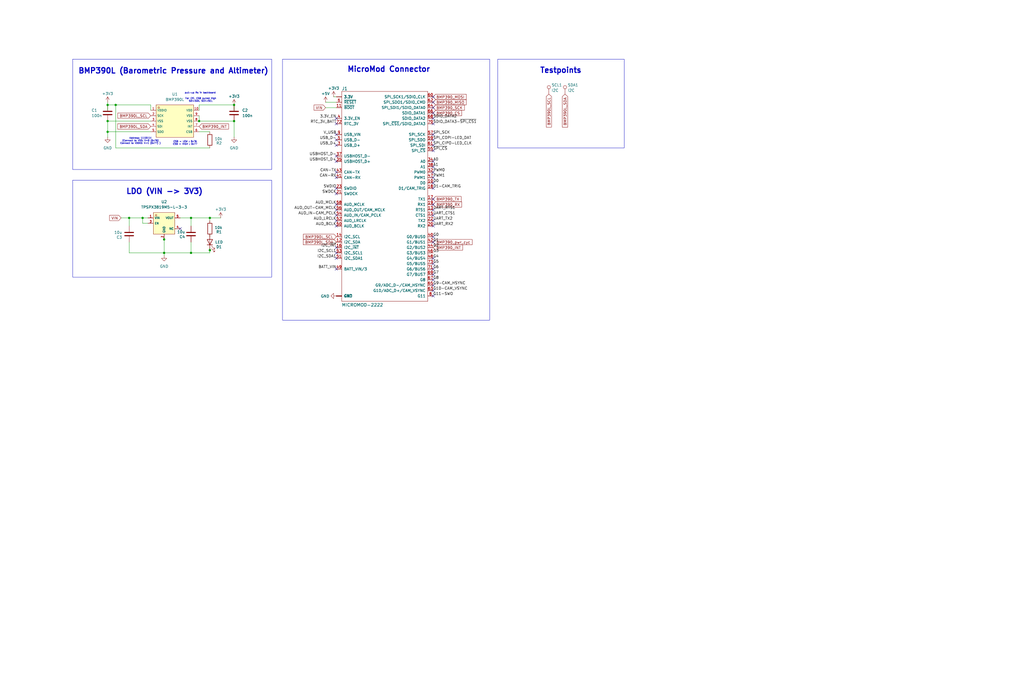
<source format=kicad_sch>
(kicad_sch (version 20250114) (generator "eeschema") (generator_version "9.0")
  (paper "User" 483.387 319.227)
  (lib_symbols
    (symbol "BMP390L_1"
      (property "Reference" "U" (at 0 1.27 0))
      (property "Value" "BMP390L" (at 0 -2.54 0))
      (symbol "BMP390L_1_0_1"
        (rectangle (start -8.89 7.62) (end 8.89 -7.62) (fill (type background)))
        (circle (center -7.62 6.35) (radius 0.381) (fill (type background)))
        (pin unspecified line (at -11.43 5.08 0) (length 2.54) (name "VDDIO") (number "1"))
        (pin unspecified line (at -11.43 2.54 0) (length 2.54) (name "SCK") (number "2"))
        (pin unspecified line (at -11.43 0 0) (length 2.54) (name "VSS") (number "3"))
        (pin unspecified line (at -11.43 -2.54 0) (length 2.54) (name "SDI") (number "4"))
        (pin unspecified line (at -11.43 -5.08 0) (length 2.54) (name "SDO") (number "5"))
        (pin unspecified line (at 11.43 5.08 180) (length 2.54) (name "VDD") (number "10"))
        (pin unspecified line (at 11.43 2.54 180) (length 2.54) (name "VSS") (number "9"))
        (pin unspecified line (at 11.43 0 180) (length 2.54) (name "VSS") (number "8"))
        (pin unspecified line (at 11.43 -2.54 180) (length 2.54) (name "INT") (number "7"))
        (pin unspecified line (at 11.43 -5.08 180) (length 2.54) (name "CSB") (number "6"))
      )
    )
    (symbol "Connector:TestPoint" (pin_numbers (hide yes)) (pin_names (offset 0.762) (hide yes))
      (property "Reference" "TP" (at 0 6.858 0))
      (property "Value" "TestPoint" (at 0 5.08 0))
      (symbol "TestPoint_0_1"
        (circle (center 0 3.302) (radius 0.762))
      )
      (symbol "TestPoint_1_1"
        (pin passive line (at 0 0 90) (length 2.54) (name "1") (number "1"))
      )
    )
    (symbol "Device:C" (pin_numbers (hide yes)) (pin_names (offset 0.254))
      (property "Reference" "C" (at 0.635 2.54 0))
      (property "Value" "C" (at 0.635 -2.54 0))
      (symbol "C_0_1"
        (polyline (pts (xy -2.032 0.762) (xy 2.032 0.762)) (stroke (width 0.508)))
        (polyline (pts (xy -2.032 -0.762) (xy 2.032 -0.762)) (stroke (width 0.508)))
      )
      (symbol "C_1_1"
        (pin passive line (at 0 3.81 270) (length 2.794) (name "~") (number "1"))
        (pin passive line (at 0 -3.81 90) (length 2.794) (name "~") (number "2"))
      )
    )
    (symbol "Device:LED" (pin_numbers (hide yes)) (pin_names (offset 1.016) (hide yes))
      (property "Reference" "D" (at 0 2.54 0))
      (property "Value" "LED" (at 0 -2.54 0))
      (symbol "LED_0_1"
        (polyline (pts (xy -3.048 -0.762) (xy -4.572 -2.286) (xy -3.81 -2.286) (xy -4.572 -2.286) (xy -4.572 -1.524)))
        (polyline (pts (xy -1.778 -0.762) (xy -3.302 -2.286) (xy -2.54 -2.286) (xy -3.302 -2.286) (xy -3.302 -1.524)))
        (polyline (pts (xy -1.27 0) (xy 1.27 0)))
        (polyline (pts (xy -1.27 -1.27) (xy -1.27 1.27)) (stroke (width 0.254)))
        (polyline (pts (xy 1.27 -1.27) (xy 1.27 1.27) (xy -1.27 0) (xy 1.27 -1.27)) (stroke (width 0.254)))
      )
      (symbol "LED_1_1"
        (pin passive line (at -3.81 0 0) (length 2.54) (name "K") (number "1"))
        (pin passive line (at 3.81 0 180) (length 2.54) (name "A") (number "2"))
      )
    )
    (symbol "Device:R" (pin_numbers (hide yes)) (pin_names (offset 0))
      (property "Reference" "R" (at 2.032 0 90))
      (property "Value" "R" (at 0 0 90))
      (symbol "R_0_1"
        (rectangle (start -1.016 -2.54) (end 1.016 2.54) (stroke (width 0.254)))
      )
      (symbol "R_1_1"
        (pin passive line (at 0 3.81 270) (length 1.27) (name "~") (number "1"))
        (pin passive line (at 0 -3.81 90) (length 1.27) (name "~") (number "2"))
      )
    )
    (symbol "MicroMod_Processor_Board_(2):MICROMOD-2222" (pin_names (offset 1.016))
      (property "Reference" "J" (at -20.32 53.848 0))
      (property "Value" "MICROMOD-2222" (at -20.32 -48.26 0))
      (symbol "MICROMOD-2222_1_0"
        (polyline (pts (xy -20.32 53.34) (xy 20.32 53.34)))
        (polyline (pts (xy -20.32 -45.72) (xy -20.32 53.34)))
        (polyline (pts (xy 20.32 53.34) (xy 20.32 -45.72)))
        (polyline (pts (xy 20.32 -45.72) (xy -20.32 -45.72)))
        (pin bidirectional line (at -22.86 50.8 0) (length 2.54) (name "3.3V") (number "2"))
        (pin bidirectional line (at -22.86 50.8 0) (length 2.54) (name "3.3V") (number "74"))
        (pin bidirectional line (at -22.86 48.26 0) (length 2.54) (name "~{RESET}") (number "6"))
        (pin bidirectional line (at -22.86 45.72 0) (length 2.54) (name "~{BOOT}") (number "11"))
        (pin bidirectional line (at -22.86 40.64 0) (length 2.54) (name "3.3V_EN") (number "4"))
        (pin bidirectional line (at -22.86 38.1 0) (length 2.54) (name "RTC_3V") (number "72"))
        (pin bidirectional line (at -22.86 33.02 0) (length 2.54) (name "USB_VIN") (number "9"))
        (pin bidirectional line (at -22.86 30.48 0) (length 2.54) (name "USB_D-") (number "5"))
        (pin bidirectional line (at -22.86 27.94 0) (length 2.54) (name "USB_D+") (number "3"))
        (pin bidirectional line (at -22.86 22.86 0) (length 2.54) (name "USBHOST_D-") (number "37"))
        (pin bidirectional line (at -22.86 20.32 0) (length 2.54) (name "USBHOST_D+") (number "35"))
        (pin bidirectional line (at -22.86 15.24 0) (length 2.54) (name "CAN-TX") (number "43"))
        (pin bidirectional line (at -22.86 12.7 0) (length 2.54) (name "CAN-RX") (number "41"))
        (pin bidirectional line (at -22.86 7.62 0) (length 2.54) (name "SWDIO") (number "23"))
        (pin bidirectional line (at -22.86 5.08 0) (length 2.54) (name "SWDCK") (number "21"))
        (pin bidirectional line (at -22.86 0 0) (length 2.54) (name "AUD_MCLK") (number "58"))
        (pin bidirectional line (at -22.86 -2.54 0) (length 2.54) (name "AUD_OUT/CAM_MCLK") (number "56"))
        (pin bidirectional line (at -22.86 -5.08 0) (length 2.54) (name "AUD_IN/CAM_PCLK") (number "54"))
        (pin bidirectional line (at -22.86 -7.62 0) (length 2.54) (name "AUD_LRCLK") (number "52"))
        (pin bidirectional line (at -22.86 -10.16 0) (length 2.54) (name "AUD_BCLK") (number "50"))
        (pin bidirectional line (at -22.86 -15.24 0) (length 2.54) (name "I2C_SCL") (number "14"))
        (pin bidirectional line (at -22.86 -17.78 0) (length 2.54) (name "I2C_SDA") (number "12"))
        (pin bidirectional line (at -22.86 -20.32 0) (length 2.54) (name "I2C_~{INT}") (number "16"))
        (pin bidirectional line (at -22.86 -22.86 0) (length 2.54) (name "I2C_SCL1") (number "53"))
        (pin bidirectional line (at -22.86 -25.4 0) (length 2.54) (name "I2C_SDA1") (number "51"))
        (pin bidirectional line (at -22.86 -30.48 0) (length 2.54) (name "BATT_VIN/3") (number "49"))
        (pin bidirectional line (at -22.86 -43.18 0) (length 2.54) (name "GND") (number "1"))
        (pin bidirectional line (at -22.86 -43.18 0) (length 2.54) (name "GND") (number "33"))
        (pin bidirectional line (at -22.86 -43.18 0) (length 2.54) (name "GND") (number "36"))
        (pin bidirectional line (at -22.86 -43.18 0) (length 2.54) (name "GND") (number "39"))
        (pin bidirectional line (at -22.86 -43.18 0) (length 2.54) (name "GND") (number "45"))
        (pin bidirectional line (at -22.86 -43.18 0) (length 2.54) (name "GND") (number "7"))
        (pin bidirectional line (at -22.86 -43.18 0) (length 2.54) (name "GND") (number "75"))
        (pin bidirectional line (at -22.86 -43.18 0) (length 2.54) (name "GND") (number "GND1"))
        (pin bidirectional line (at -22.86 -43.18 0) (length 2.54) (name "GND") (number "GND2"))
        (pin bidirectional line (at -22.86 -43.18 0) (length 2.54) (name "GND") (number "GND3"))
        (pin bidirectional line (at 22.86 50.8 180) (length 2.54) (name "SPI_SCK1/SDIO_CLK") (number "60"))
        (pin bidirectional line (at 22.86 48.26 180) (length 2.54) (name "SPI_SDO1/SDIO_CMD") (number "62"))
        (pin bidirectional line (at 22.86 45.72 180) (length 2.54) (name "SPI_SDI1/SDIO_DATA0") (number "64"))
        (pin bidirectional line (at 22.86 43.18 180) (length 2.54) (name "SDIO_DATA1") (number "66"))
        (pin bidirectional line (at 22.86 40.64 180) (length 2.54) (name "SDIO_DATA2") (number "68"))
        (pin bidirectional line (at 22.86 38.1 180) (length 2.54) (name "SPI_~{CS1}/SDIO_DATA3") (number "70"))
        (pin bidirectional line (at 22.86 33.02 180) (length 2.54) (name "SPI_SCK") (number "57"))
        (pin bidirectional line (at 22.86 30.48 180) (length 2.54) (name "SPI_SDO") (number "59"))
        (pin bidirectional line (at 22.86 27.94 180) (length 2.54) (name "SPI_SDI") (number "61"))
        (pin bidirectional line (at 22.86 25.4 180) (length 2.54) (name "SPI_~{CS}") (number "55"))
        (pin bidirectional line (at 22.86 20.32 180) (length 2.54) (name "A0") (number "34"))
        (pin bidirectional line (at 22.86 17.78 180) (length 2.54) (name "A1") (number "38"))
        (pin bidirectional line (at 22.86 15.24 180) (length 2.54) (name "PWM0") (number "32"))
        (pin bidirectional line (at 22.86 12.7 180) (length 2.54) (name "PWM1") (number "47"))
        (pin bidirectional line (at 22.86 10.16 180) (length 2.54) (name "D0") (number "10"))
        (pin bidirectional line (at 22.86 7.62 180) (length 2.54) (name "D1/CAM_TRIG") (number "18"))
        (pin bidirectional line (at 22.86 2.54 180) (length 2.54) (name "TX1") (number "17"))
        (pin bidirectional line (at 22.86 0 180) (length 2.54) (name "RX1") (number "19"))
        (pin bidirectional line (at 22.86 -2.54 180) (length 2.54) (name "RTS1") (number "13"))
        (pin bidirectional line (at 22.86 -5.08 180) (length 2.54) (name "CTS1") (number "15"))
        (pin bidirectional line (at 22.86 -7.62 180) (length 2.54) (name "TX2") (number "22"))
        (pin bidirectional line (at 22.86 -10.16 180) (length 2.54) (name "RX2") (number "20"))
        (pin bidirectional line (at 22.86 -15.24 180) (length 2.54) (name "G0/BUS0") (number "40"))
        (pin bidirectional line (at 22.86 -17.78 180) (length 2.54) (name "G1/BUS1") (number "42"))
        (pin bidirectional line (at 22.86 -20.32 180) (length 2.54) (name "G2/BUS2") (number "44"))
        (pin bidirectional line (at 22.86 -22.86 180) (length 2.54) (name "G3/BUS3") (number "46"))
        (pin bidirectional line (at 22.86 -25.4 180) (length 2.54) (name "G4/BUS4") (number "48"))
        (pin bidirectional line (at 22.86 -27.94 180) (length 2.54) (name "G5/BUS5") (number "73"))
        (pin bidirectional line (at 22.86 -30.48 180) (length 2.54) (name "G6/BUS6") (number "71"))
        (pin bidirectional line (at 22.86 -33.02 180) (length 2.54) (name "G7/BUS7") (number "69"))
        (pin bidirectional line (at 22.86 -35.56 180) (length 2.54) (name "G8") (number "67"))
        (pin bidirectional line (at 22.86 -38.1 180) (length 2.54) (name "G9/ADC_D-/CAM_HSYNC") (number "65"))
        (pin bidirectional line (at 22.86 -40.64 180) (length 2.54) (name "G10/ADC_D+/CAM_VSYNC") (number "63"))
        (pin bidirectional line (at 22.86 -43.18 180) (length 2.54) (name "G11") (number "8"))
      )
    )
    (symbol "TPSPX3819M5-L-3-3_1"
      (property "Reference" "U" (at 2.54 1.27 0))
      (property "Value" "TPSPX3819M5-L-3-3" (at 2.54 -2.54 0))
      (symbol "TPSPX3819M5-L-3-3_1_0_1"
        (rectangle (start -5.08 5.08) (end 5.08 -5.08) (fill (type background)))
        (circle (center -3.81 3.81) (radius 0.381) (fill (type background)))
        (pin unspecified line (at -7.62 2.54 0) (length 2.54) (name "VIN") (number "1"))
        (pin unspecified line (at -7.62 0 0) (length 2.54) (name "EN") (number "3"))
        (pin unspecified line (at 0 -7.62 90) (length 2.54) (name "GND") (number "2"))
        (pin unspecified line (at 7.62 2.54 180) (length 2.54) (name "VOUT") (number "5"))
        (pin unspecified line (at 7.62 -2.54 180) (length 2.54) (name "NC") (number "4"))
      )
    )
    (symbol "power:+3V3" (power) (pin_numbers (hide yes)) (pin_names (offset 0) (hide yes))
      (property "Value" "+3V3" (at 0 3.556 0))
      (symbol "+3V3_0_1"
        (polyline (pts (xy -0.762 1.27) (xy 0 2.54)))
        (polyline (pts (xy 0 2.54) (xy 0.762 1.27)))
        (polyline (pts (xy 0 0) (xy 0 2.54)))
      )
      (symbol "+3V3_1_1"
        (pin power_in line (at 0 0 90) (length 0) (name "~") (number "1"))
      )
    )
    (symbol "power:GND" (power) (pin_numbers (hide yes)) (pin_names (offset 0) (hide yes))
      (property "Value" "GND" (at 0 -3.81 0))
      (symbol "GND_0_1"
        (polyline (pts (xy 0 0) (xy 0 -1.27) (xy 1.27 -1.27) (xy 0 -2.54) (xy -1.27 -1.27) (xy 0 -1.27)))
      )
      (symbol "GND_1_1"
        (pin power_in line (at 0 0 270) (length 0) (name "~") (number "1"))
      )
    )
  )
  (rectangle (start 34.29 85.09) (end 128.27 130.81))
  (rectangle (start 234.95 27.94) (end 294.64 69.85))
  (rectangle (start 133.35 27.94) (end 231.14 151.13))
  (rectangle (start 34.29 27.94) (end 128.27 80.01))
  (text "LDO (VIN -> 3V3)" (at 59.436 91.948 0) (effects (font (size 2.54 2.54) (thickness 0.508) (bold yes)) (justify left bottom)))
  (text "For I2C, CSB pulled high\nSDI=SDA, SCK=SCL" (at 94.742 47.244 0) (effects (font (size 0.762 0.762))))
  (text "MicroMod Connector" (at 163.83 34.29 0) (effects (font (size 2.54 2.54) (thickness 0.508) (bold yes)) (justify left bottom)))
  (text "BMP390L (Barometric Pressure and Altimeter)" (at 36.83 35.052 0) (effects (font (size 2.54 2.54) (thickness 0.508) (bold yes)) (justify left bottom)))
  (text "pull-up Rs in backboard" (at 94.488 43.942 0) (effects (font (size 0.762 0.762))))
  (text "Testpoints" (at 254.762 34.798 0) (effects (font (size 2.54 2.54) (thickness 0.508) (bold yes)) (justify left bottom)))
  (text "CSB = LOW : 0x76\nCSB = HIGH : 0x77" (at 87.376 67.564 0) (effects (font (size 0.762 0.762))))
  (text "Address: 111011X\n(Connect to VSS: X=0 (0x76)\nConnect to VDDIO: X=1 (0x77) )" (at 66.294 66.548 0) (effects (font (size 0.762 0.762))))
  (junction (at 99.06 102.87))
  (junction (at 67.31 102.87))
  (junction (at 77.47 113.03))
  (junction (at 110.49 57.15))
  (junction (at 90.17 119.38))
  (junction (at 90.17 102.87))
  (junction (at 77.47 119.38))
  (junction (at 110.49 49.53))
  (junction (at 93.98 57.15))
  (junction (at 99.06 118.11))
  (junction (at 50.8 57.15))
  (junction (at 50.8 49.53))
  (junction (at 50.8 62.23))
  (junction (at 54.61 49.53))
  (junction (at 60.96 102.87))
  (no_connect (at 158.75 96.52))
  (no_connect (at 85.09 107.95))
  (no_connect (at 204.47 83.82))
  (no_connect (at 204.47 93.98))
  (no_connect (at 158.75 106.68))
  (no_connect (at 158.75 99.06))
  (no_connect (at 204.47 104.14))
  (no_connect (at 204.47 76.2))
  (no_connect (at 204.47 99.06))
  (no_connect (at 204.47 139.7))
  (no_connect (at 204.47 129.54))
  (no_connect (at 204.47 121.92))
  (no_connect (at 158.75 91.44))
  (no_connect (at 158.75 66.04))
  (no_connect (at 204.47 114.3))
  (no_connect (at 158.75 81.28))
  (no_connect (at 204.47 111.76))
  (no_connect (at 204.47 71.12))
  (no_connect (at 204.47 45.72))
  (no_connect (at 204.47 63.5))
  (no_connect (at 204.47 58.42))
  (no_connect (at 158.75 121.92))
  (no_connect (at 158.75 104.14))
  (no_connect (at 158.75 83.82))
  (no_connect (at 204.47 68.58))
  (no_connect (at 158.75 68.58))
  (no_connect (at 204.47 124.46))
  (no_connect (at 204.47 53.34))
  (no_connect (at 158.75 76.2))
  (no_connect (at 204.47 66.04))
  (no_connect (at 204.47 86.36))
  (no_connect (at 204.47 101.6))
  (no_connect (at 204.47 106.68))
  (no_connect (at 204.47 88.9))
  (no_connect (at 204.47 137.16))
  (no_connect (at 158.75 55.88))
  (no_connect (at 158.75 116.84))
  (no_connect (at 158.75 101.6))
  (no_connect (at 204.47 127))
  (no_connect (at 204.47 81.28))
  (no_connect (at 204.47 48.26))
  (no_connect (at 204.47 132.08))
  (no_connect (at 204.47 50.8))
  (no_connect (at 158.75 127))
  (no_connect (at 158.75 119.38))
  (no_connect (at 158.75 73.66))
  (no_connect (at 204.47 96.52))
  (no_connect (at 204.47 78.74))
  (no_connect (at 158.75 88.9))
  (no_connect (at 204.47 55.88))
  (no_connect (at 158.75 58.42))
  (no_connect (at 204.47 134.62))
  (no_connect (at 158.75 63.5))
  (wire (pts (xy 110.49 57.15) (xy 110.49 64.77)))
  (wire (pts (xy 153.67 50.8) (xy 158.75 50.8)))
  (wire (pts (xy 67.31 105.41) (xy 67.31 102.87)))
  (wire (pts (xy 93.98 62.23) (xy 99.06 62.23)))
  (wire (pts (xy 90.17 119.38) (xy 77.47 119.38)))
  (wire (pts (xy 90.17 114.3) (xy 90.17 119.38)))
  (wire (pts (xy 50.8 57.15) (xy 71.12 57.15)))
  (wire (pts (xy 69.85 105.41) (xy 67.31 105.41)))
  (wire (pts (xy 57.15 102.87) (xy 60.96 102.87)))
  (wire (pts (xy 110.49 49.53) (xy 110.49 52.07)))
  (wire (pts (xy 99.06 69.85) (xy 54.61 69.85)))
  (wire (pts (xy 99.06 110.49) (xy 99.06 111.76)))
  (wire (pts (xy 50.8 62.23) (xy 50.8 64.77)))
  (wire (pts (xy 77.47 113.03) (xy 77.47 119.38)))
  (wire (pts (xy 99.06 104.14) (xy 99.06 102.87)))
  (wire (pts (xy 50.8 49.53) (xy 54.61 49.53)))
  (wire (pts (xy 50.8 49.53) (xy 50.8 52.07)))
  (wire (pts (xy 90.17 102.87) (xy 85.09 102.87)))
  (wire (pts (xy 153.67 48.26) (xy 158.75 48.26)))
  (wire (pts (xy 77.47 120.65) (xy 77.47 119.38)))
  (wire (pts (xy 99.06 119.38) (xy 90.17 119.38)))
  (wire (pts (xy 54.61 69.85) (xy 54.61 49.53)))
  (wire (pts (xy 50.8 57.15) (xy 50.8 62.23)))
  (wire (pts (xy 60.96 119.38) (xy 77.47 119.38)))
  (wire (pts (xy 99.06 102.87) (xy 104.14 102.87)))
  (wire (pts (xy 93.98 49.53) (xy 93.98 52.07)))
  (wire (pts (xy 77.47 111.76) (xy 77.47 113.03)))
  (wire (pts (xy 157.48 45.72) (xy 158.75 45.72)))
  (wire (pts (xy 50.8 62.23) (xy 71.12 62.23)))
  (wire (pts (xy 50.8 48.26) (xy 50.8 49.53)))
  (wire (pts (xy 93.98 57.15) (xy 110.49 57.15)))
  (wire (pts (xy 99.06 118.11) (xy 99.06 119.38)))
  (wire (pts (xy 60.96 114.3) (xy 60.96 119.38)))
  (wire (pts (xy 60.96 102.87) (xy 67.31 102.87)))
  (wire (pts (xy 93.98 54.61) (xy 93.98 57.15)))
  (wire (pts (xy 67.31 102.87) (xy 69.85 102.87)))
  (wire (pts (xy 90.17 106.68) (xy 90.17 102.87)))
  (wire (pts (xy 99.06 102.87) (xy 90.17 102.87)))
  (wire (pts (xy 71.12 49.53) (xy 71.12 52.07)))
  (wire (pts (xy 99.06 116.84) (xy 99.06 118.11)))
  (wire (pts (xy 60.96 106.68) (xy 60.96 102.87)))
  (wire (pts (xy 93.98 49.53) (xy 110.49 49.53)))
  (wire (pts (xy 54.61 49.53) (xy 71.12 49.53)))
  (label "USBHOST_D-" (at 158.75 73.66 180))
  (label "SPI_COPI-LED_DAT" (at 204.47 66.04 0))
  (label "AUD_BCLK" (at 158.75 106.68 180))
  (label "SDIO_DATA2" (at 204.47 55.88 0))
  (label "G5" (at 204.47 124.46 0))
  (label "AUD_OUT-CAM_MCLK" (at 158.75 99.06 180))
  (label "PWM1" (at 204.47 83.82 0))
  (label "D0" (at 204.47 86.36 0))
  (label "A1" (at 204.47 78.74 0))
  (label "UART_CTS1" (at 204.47 101.6 0))
  (label "USBHOST_D+" (at 158.75 76.2 180))
  (label "UART_RX2" (at 204.47 106.68 0))
  (label "I2C_SDA1" (at 158.75 121.92 180))
  (label "G1" (at 204.47 114.3 0))
  (label "G8" (at 204.47 132.08 0))
  (label "SPI_SCK" (at 204.47 63.5 0))
  (label "A0" (at 204.47 76.2 0))
  (label "~{SPI_CS}" (at 204.47 71.12 0))
  (label "SPI_CIPO-LED_CLK" (at 204.47 68.58 0))
  (label "G11-SWO" (at 204.47 139.7 0))
  (label "G9-CAM_HSYNC" (at 204.47 134.62 0))
  (label "AUD_IN-CAM_PCLK" (at 158.75 101.6 180))
  (label "AUD_MCLK" (at 158.75 96.52 180))
  (label "BATT_VIN" (at 158.75 127 180))
  (label "G2" (at 204.47 116.84 0))
  (label "UART_RTS1" (at 204.47 99.06 0))
  (label "SWDIO" (at 158.75 88.9 180))
  (label "SDIO_DATA3-~{SPI_CS1}" (at 204.47 58.42 0))
  (label "USB_D-" (at 158.75 66.04 180))
  (label "G3" (at 204.47 119.38 0))
  (label "G4" (at 204.47 121.92 0))
  (label "CAN-TX" (at 158.75 81.28 180))
  (label "I2C_~{INT}" (at 158.75 116.84 180))
  (label "G7" (at 204.47 129.54 0))
  (label "G6" (at 204.47 127 0))
  (label "AUD_LRCLK" (at 158.75 104.14 180))
  (label "G0" (at 204.47 111.76 0))
  (label "CAN-RX" (at 158.75 83.82 180))
  (label "D1-CAM_TRIG" (at 204.47 88.9 0))
  (label "PWM0" (at 204.47 81.28 0))
  (label "I2C_SCL1" (at 158.75 119.38 180))
  (label "SWDCK" (at 158.75 91.44 180))
  (label "V_USB" (at 158.75 63.5 180))
  (label "UART_TX2" (at 204.47 104.14 0))
  (label "USB_D+" (at 158.75 68.58 180))
  (label "3.3V_EN" (at 158.75 55.88 180))
  (label "RTC_3V_BATT" (at 158.75 58.42 180))
  (label "G10-CAM_VSYNC" (at 204.47 137.16 0))
  (global_label "VIN" (shape input) (at 57.15 102.87 180) (property "Intersheetrefs" "${INTERSHEET_REFS}" (effects (hide yes))))
  (global_label "BMP390L_SDA" (shape input) (at 71.12 59.69 180) (property "Intersheetrefs" "${INTERSHEET_REFS}" (effects (hide yes))))
  (global_label "BMP390L_SCL" (shape input) (at 158.75 111.76 180) (property "Intersheetrefs" "${INTERSHEET_REFS}" (effects (hide yes))))
  (global_label "VIN" (shape input) (at 153.67 50.8 180) (property "Intersheetrefs" "${INTERSHEET_REFS}" (effects (hide yes))))
  (global_label "BMP390_SCK" (shape input) (at 204.47 50.8 0) (property "Intersheetrefs" "${INTERSHEET_REFS}" (effects (hide yes))))
  (global_label "BMP390_TX" (shape input) (at 204.47 93.98 0) (property "Intersheetrefs" "${INTERSHEET_REFS}" (effects (hide yes))))
  (global_label "BMP390L_SCL" (shape input) (at 259.08 44.45 270) (property "Intersheetrefs" "${INTERSHEET_REFS}" (effects (hide yes))))
  (global_label "BMP390_MOSI" (shape input) (at 204.47 45.72 0) (property "Intersheetrefs" "${INTERSHEET_REFS}" (effects (hide yes))))
  (global_label "BMP390_MISO" (shape input) (at 204.47 48.26 0) (property "Intersheetrefs" "${INTERSHEET_REFS}" (effects (hide yes))))
  (global_label "BMP390L_SCL" (shape input) (at 71.12 54.61 180) (property "Intersheetrefs" "${INTERSHEET_REFS}" (effects (hide yes))))
  (global_label "BMP390_pwr_cyc" (shape input) (at 204.47 114.3 0) (property "Intersheetrefs" "${INTERSHEET_REFS}" (effects (hide yes))))
  (global_label "BMP390_INT" (shape input) (at 204.47 116.84 0) (property "Intersheetrefs" "${INTERSHEET_REFS}" (effects (hide yes))))
  (global_label "BMP390L_SDA" (shape input) (at 158.75 114.3 180) (property "Intersheetrefs" "${INTERSHEET_REFS}" (effects (hide yes))))
  (global_label "BMP390L_SDA" (shape input) (at 266.7 44.45 270) (property "Intersheetrefs" "${INTERSHEET_REFS}" (effects (hide yes))))
  (global_label "BMP390_INT" (shape input) (at 93.98 59.69 0) (property "Intersheetrefs" "${INTERSHEET_REFS}" (effects (hide yes))))
  (global_label "BMP390_CS" (shape input) (at 204.47 53.34 0) (property "Intersheetrefs" "${INTERSHEET_REFS}" (effects (hide yes))))
  (global_label "BMP390_RX" (shape input) (at 204.47 96.52 0) (property "Intersheetrefs" "${INTERSHEET_REFS}" (effects (hide yes))))
  (symbol (lib_id "MicroMod_Processor_Board_(2):MICROMOD-2222") (at 181.61 96.52 0) (unit 1)
    (property "Reference" "J1" (at 161.29 42.672 0) (effects (font (size 1.4986 1.4986)) (justify left bottom)))
    (property "Value" "MICROMOD-2222" (at 161.29 144.78 0) (effects (font (size 1.4986 1.4986)) (justify left bottom)))
    (property "Footprint" "SparkFun_MicroMod_ESP32:M.2-CARD-E-22" (effects (hide yes)))
  )
  (symbol (lib_id "power:GND") (at 158.75 139.7 270) (unit 1)
    (property "Reference" "#PWR0101" (effects (hide yes)))
    (property "Value" "GND" (at 155.4988 139.827 90) (effects (justify right)))
  )
  (symbol (lib_id "Device:C") (at 90.17 110.49 0) (unit 1)
    (property "Reference" "C4" (at 87.376 111.76 0) (effects (justify right)))
    (property "Value" "10u" (at 87.376 109.474 0) (effects (justify right)))
    (property "Footprint" "Capacitor_SMD:C_1206_3216Metric" (effects (hide yes)))
    (property "Description" "Unpolarized capacitor" (effects (hide yes)))
  )
  (symbol (lib_id "Device:R") (at 99.06 107.95 0) (unit 1)
    (property "Reference" "R1" (at 103.378 109.474 0))
    (property "Value" "10k" (at 103.124 107.442 0))
    (property "Footprint" "Resistor_SMD:R_0603_1608Metric" (effects (hide yes)))
    (property "Description" "Resistor" (effects (hide yes)))
  )
  (symbol (lib_id "power:+3V3") (at 104.14 102.87 0) (mirror y) (unit 1)
    (property "Reference" "#PWR047" (effects (hide yes)))
    (property "Value" "+3V3" (at 104.14 98.806 0))
    (property "Description" "Power symbol creates a global label with name \"+3V3\"" (effects (hide yes)))
  )
  (symbol (lib_id "power:GND") (at 110.49 64.77 0) (unit 1)
    (property "Reference" "#PWR02" (effects (hide yes)))
    (property "Value" "GND" (at 110.49 69.85 0))
    (property "Description" "Power symbol creates a global label with name \"GND\" , ground" (effects (hide yes)))
  )
  (symbol (lib_id "Connector:TestPoint") (at 259.08 44.45 0) (unit 1)
    (property "Reference" "SCL1" (at 260.35 40.132 0) (effects (justify left)))
    (property "Value" "I2C" (at 260.35 42.672 0) (effects (justify left)))
    (property "Footprint" "TestPoint:TestPoint_Pad_D1.0mm" (effects (hide yes)))
    (property "Description" "test point" (effects (hide yes)))
  )
  (symbol (lib_id "power:GND") (at 77.47 120.65 0) (unit 1)
    (property "Reference" "#PWR04" (effects (hide yes)))
    (property "Value" "GND" (at 77.47 125.73 0))
    (property "Description" "Power symbol creates a global label with name \"GND\" , ground" (effects (hide yes)))
  )
  (symbol (lib_id "power:+3V3") (at 153.67 48.26 0) (mirror y) (unit 1)
    (property "Reference" "#PWR061" (effects (hide yes)))
    (property "Value" "+5V" (at 153.67 44.196 0))
    (property "Description" "Power symbol creates a global label with name \"+3V3\"" (effects (hide yes)))
  )
  (symbol (lib_name "BMP390L_1") (lib_id "BMP390L:BMP390L") (at 82.55 57.15 0) (unit 1)
    (property "Reference" "U1" (at 82.55 44.45 0))
    (property "Value" "BMP390L" (at 82.55 46.99 0))
    (property "Footprint" "BMP390L:LGA-10_L2.0-W2.0-P0.50-TL_BMP390L" (effects (hide yes)))
    (property "Datasheet" "https://atta.szlcsc.com/upload/public/pdf/source/20221222/1C81EE3357D96DEF74970C4DA2251172.pdf" (effects (hide yes)))
    (property "LCSC" "C2684802" (effects (hide yes)))
  )
  (symbol (lib_id "Device:C") (at 110.49 53.34 0) (unit 1)
    (property "Reference" "C2" (at 114.3 52.0699 0) (effects (justify left)))
    (property "Value" "100n" (at 114.3 54.6099 0) (effects (justify left)))
    (property "Footprint" "Capacitor_SMD:C_0402_1005Metric" (effects (hide yes)))
    (property "Description" "Unpolarized capacitor" (effects (hide yes)))
  )
  (symbol (lib_id "Connector:TestPoint") (at 266.7 44.45 0) (unit 1)
    (property "Reference" "SDA1" (at 267.97 40.132 0) (effects (justify left)))
    (property "Value" "I2C" (at 267.97 42.672 0) (effects (justify left)))
    (property "Footprint" "TestPoint:TestPoint_Pad_D1.0mm" (effects (hide yes)))
    (property "Description" "test point" (effects (hide yes)))
  )
  (symbol (lib_id "power:GND") (at 50.8 64.77 0) (unit 1)
    (property "Reference" "#PWR01" (effects (hide yes)))
    (property "Value" "GND" (at 50.8 69.85 0))
    (property "Description" "Power symbol creates a global label with name \"GND\" , ground" (effects (hide yes)))
  )
  (symbol (lib_id "Device:C") (at 50.8 53.34 0) (unit 1)
    (property "Reference" "C1" (at 43.18 52.07 0) (effects (justify left)))
    (property "Value" "100n" (at 43.18 54.61 0) (effects (justify left)))
    (property "Footprint" "Capacitor_SMD:C_0402_1005Metric" (effects (hide yes)))
    (property "Description" "Unpolarized capacitor" (effects (hide yes)))
  )
  (symbol (lib_name "TPSPX3819M5-L-3-3_1") (lib_id "TPSPX3819M5-L-3-3:TPSPX3819M5-L-3-3") (at 77.47 105.41 0) (unit 1)
    (property "Reference" "U2" (at 77.47 95.25 0))
    (property "Value" "TPSPX3819M5-L-3-3" (at 77.47 97.79 0))
    (property "Footprint" "TPSPX3819M5-L-3-3:SOT-23-5_L3.0-W1.6-P0.95-LS2.8-BR" (effects (hide yes)))
    (property "Datasheet" "https://atta.szlcsc.com/upload/public/pdf/source/20210423/C2682596_80E51577C889FCE8639E82E3A6FE92E9.pdf" (effects (hide yes)))
    (property "LCSC" "C5370980" (effects (hide yes)))
  )
  (symbol (lib_id "Device:LED") (at 99.06 114.3 90) (unit 1)
    (property "Reference" "D1" (at 103.378 116.5225 90))
    (property "Value" "LED" (at 103.378 114.3 90))
    (property "Footprint" "LED_SMD:LED_0603_1608Metric" (effects (hide yes)))
    (property "Description" "Light emitting diode" (effects (hide yes)))
    (property "Sim.Pins" "1=K 2=A" (effects (hide yes)))
  )
  (symbol (lib_id "power:+3V3") (at 50.8 48.26 0) (mirror y) (unit 1)
    (property "Reference" "#PWR048" (effects (hide yes)))
    (property "Value" "+3V3" (at 50.8 44.196 0))
    (property "Description" "Power symbol creates a global label with name \"+3V3\"" (effects (hide yes)))
  )
  (symbol (lib_id "Device:C") (at 60.96 110.49 0) (unit 1)
    (property "Reference" "C3" (at 57.658 112.014 0) (effects (justify right)))
    (property "Value" "10u" (at 57.658 109.728 0) (effects (justify right)))
    (property "Footprint" "Capacitor_SMD:C_1206_3216Metric" (effects (hide yes)))
    (property "Description" "Unpolarized capacitor" (effects (hide yes)))
  )
  (symbol (lib_id "power:+3V3") (at 110.49 49.53 0) (mirror y) (unit 1)
    (property "Reference" "#PWR049" (effects (hide yes)))
    (property "Value" "+3V3" (at 110.49 45.466 0))
    (property "Description" "Power symbol creates a global label with name \"+3V3\"" (effects (hide yes)))
  )
  (symbol (lib_id "Device:R") (at 99.06 66.04 0) (unit 1)
    (property "Reference" "R2" (at 103.378 67.564 0))
    (property "Value" "10k" (at 103.124 65.532 0))
    (property "Footprint" "Resistor_SMD:R_0402_1005Metric" (effects (hide yes)))
    (property "Description" "Resistor" (effects (hide yes)))
  )
  (symbol (lib_id "power:+3V3") (at 157.48 45.72 0) (mirror y) (unit 1)
    (property "Reference" "#PWR046" (effects (hide yes)))
    (property "Value" "+3V3" (at 157.48 41.656 0))
    (property "Description" "Power symbol creates a global label with name \"+3V3\"" (effects (hide yes)))
  )
)
</source>
